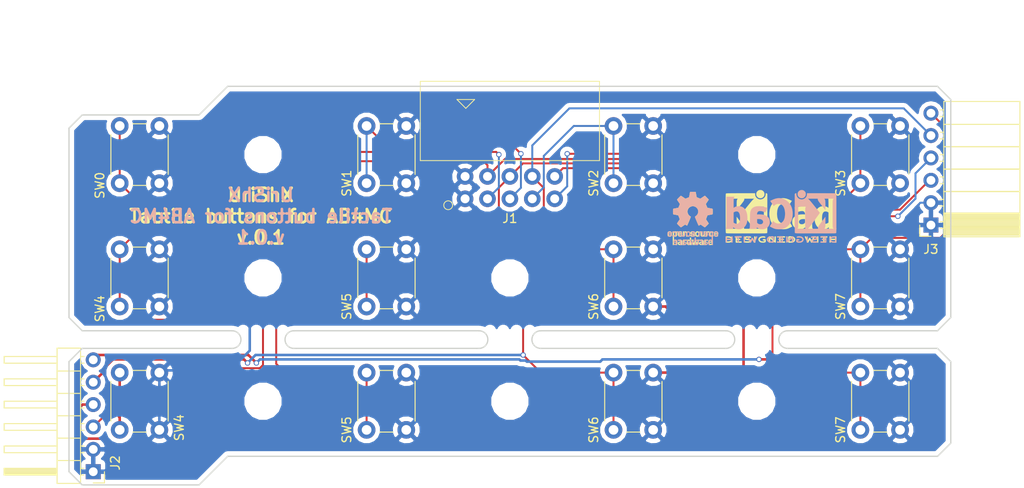
<source format=kicad_pcb>
(kicad_pcb (version 4) (host pcbnew 4.0.7-e2-6376~58~ubuntu16.04.1)
  (title_block (title "Tactile buttons sub-board for AB4MC") (date 2018-08-14) (rev 0.1) (company URiShX) (comment 4 "Fitted to 100x100mm"))
  (layers (0 F.Cu signal) (31 B.Cu signal) (34 B.Paste user) (35 F.Paste user) (36 B.SilkS user) (37 F.SilkS user) (38 B.Mask user) (39 F.Mask user) (44 Edge.Cuts user))
  (net 0 "")
  (net 1 "Net-(J1-Pad3)")
  (net 2 "Net-(J1-Pad4)")
  (net 3 "Net-(J1-Pad5)")
  (net 4 "Net-(J1-Pad6)")
  (net 5 "Net-(J1-Pad7)")
  (net 6 "Net-(J1-Pad8)")
  (net 7 Common_pin)
  (net 8 "Net-(J1-Pad9)")
  (net 9 "Net-(J1-Pad10)")
  (module Symbols:KiCad-Logo2_6mm_SilkScreen (layer B.Cu) (at 161 86.75 180)
    (fp_text reference REF*** hide)
    (fp_text value KiCad-Logo2_6mm_SilkScreen hide)
  )
  (module Symbols:OSHW-Logo_5.7x6mm_SilkScreen (layer B.Cu) (at 151 87 180)
    (fp_text reference REF*** hide)
    (fp_text value OSHW-Logo_5.7x6mm_SilkScreen hide)
  )
  (module Buttons_Switches_THT:SW_PUSH_6mm (layer F.Cu) (at 142 97 90)
    (fp_text reference SW6 (at 0 -2.25 90) (layer F.SilkS))
    (fp_text value SW_Push hide)
    (pad 2 thru_hole circle (at 0 4.5 180) (size 2 2) (drill 1.1) (layers *.Cu *.Mask) (net 7 Common_pin))
    (pad 1 thru_hole circle (at 0 0 180) (size 2 2) (drill 1.1) (layers *.Cu *.Mask) (net 6 "Net-(J1-Pad8)"))
    (pad 2 thru_hole circle (at 6.5 4.5 180) (size 2 2) (drill 1.1) (layers *.Cu *.Mask) (net 7 Common_pin))
    (pad 1 thru_hole circle (at 6.5 0 180) (size 2 2) (drill 1.1) (layers *.Cu *.Mask) (net 6 "Net-(J1-Pad8)"))
  )
  (module Buttons_Switches_THT:SW_PUSH_6mm (layer F.Cu) (at 86 111 90)
    (fp_text reference SW4 (at 0.25 6.75 270) (layer F.SilkS))
    (fp_text value SW_Push hide)
    (pad 2 thru_hole circle (at 0 4.5 180) (size 2 2) (drill 1.1) (layers *.Cu *.Mask) (net 7 Common_pin))
    (pad 1 thru_hole circle (at 0 0 180) (size 2 2) (drill 1.1) (layers *.Cu *.Mask) (net 2 "Net-(J1-Pad4)"))
    (pad 2 thru_hole circle (at 6.5 4.5 180) (size 2 2) (drill 1.1) (layers *.Cu *.Mask) (net 7 Common_pin))
    (pad 1 thru_hole circle (at 6.5 0 180) (size 2 2) (drill 1.1) (layers *.Cu *.Mask) (net 2 "Net-(J1-Pad4)"))
  )
  (module MyFootprintLib:Mouse_bites (layer F.Cu) (at 130.25 100.75)
    (fp_text reference REF** hide)
    (fp_text value "Mouse bites" hide)
    (pad "" np_thru_hole circle (at -2.25 -1) (size 0.35 0.35) (drill 0.35) (layers *.Cu *.Mask))
    (pad "" np_thru_hole circle (at -0.75 -1) (size 0.35 0.35) (drill 0.35) (layers *.Cu *.Mask))
    (pad "" np_thru_hole circle (at 0.75 -1) (size 0.35 0.35) (drill 0.35) (layers *.Cu *.Mask))
    (pad "" np_thru_hole circle (at 2.25 -1) (size 0.35 0.35) (drill 0.35) (layers *.Cu *.Mask))
    (pad "" np_thru_hole circle (at -2.25 1) (size 0.35 0.35) (drill 0.35) (layers *.Cu *.Mask))
    (pad "" np_thru_hole circle (at -0.75 1) (size 0.35 0.35) (drill 0.35) (layers *.Cu *.Mask))
    (pad "" np_thru_hole circle (at 0.75 1) (size 0.35 0.35) (drill 0.35) (layers *.Cu *.Mask))
    (pad "" np_thru_hole circle (at 2.25 1) (size 0.35 0.35) (drill 0.35) (layers *.Cu *.Mask))
  )
  (module MyFootprintLib:Mouse_bites (layer F.Cu) (at 158.25 100.75)
    (fp_text reference REF** hide)
    (fp_text value "Mouse bites" hide)
    (pad "" np_thru_hole circle (at -2.25 -1) (size 0.35 0.35) (drill 0.35) (layers *.Cu *.Mask))
    (pad "" np_thru_hole circle (at -0.75 -1) (size 0.35 0.35) (drill 0.35) (layers *.Cu *.Mask))
    (pad "" np_thru_hole circle (at 0.75 -1) (size 0.35 0.35) (drill 0.35) (layers *.Cu *.Mask))
    (pad "" np_thru_hole circle (at 2.25 -1) (size 0.35 0.35) (drill 0.35) (layers *.Cu *.Mask))
    (pad "" np_thru_hole circle (at -2.25 1) (size 0.35 0.35) (drill 0.35) (layers *.Cu *.Mask))
    (pad "" np_thru_hole circle (at -0.75 1) (size 0.35 0.35) (drill 0.35) (layers *.Cu *.Mask))
    (pad "" np_thru_hole circle (at 0.75 1) (size 0.35 0.35) (drill 0.35) (layers *.Cu *.Mask))
    (pad "" np_thru_hole circle (at 2.25 1) (size 0.35 0.35) (drill 0.35) (layers *.Cu *.Mask))
  )
  (module Mounting_Holes:MountingHole_3.2mm_M3 (layer F.Cu) (at 102.25 107.75)
    (fp_text reference REF** hide)
    (fp_text value MountingHole_3.2mm_M3 hide)
    (pad 1 np_thru_hole circle (at 0 0) (size 3.2 3.2) (drill 3.2) (layers *.Cu *.Mask))
  )
  (module Mounting_Holes:MountingHole_3.2mm_M3 (layer F.Cu) (at 130.25 93.75)
    (fp_text reference REF** hide)
    (fp_text value MountingHole_3.2mm_M3 hide)
    (pad 1 np_thru_hole circle (at 0 0) (size 3.2 3.2) (drill 3.2) (layers *.Cu *.Mask))
  )
  (module Mounting_Holes:MountingHole_3.2mm_M3 (layer F.Cu) (at 102.25 93.75)
    (fp_text reference REF** hide)
    (fp_text value MountingHole_3.2mm_M3 hide)
    (pad 1 np_thru_hole circle (at 0 0) (size 3.2 3.2) (drill 3.2) (layers *.Cu *.Mask))
  )
  (module Mounting_Holes:MountingHole_3.2mm_M3 (layer F.Cu) (at 158.25 107.75)
    (fp_text reference REF** hide)
    (fp_text value MountingHole_3.2mm_M3 hide)
    (pad 1 np_thru_hole circle (at 0 0) (size 3.2 3.2) (drill 3.2) (layers *.Cu *.Mask))
  )
  (module Buttons_Switches_THT:SW_PUSH_6mm (layer F.Cu) (at 170 97 90)
    (fp_text reference SW7 (at 0 -2.25 270) (layer F.SilkS))
    (fp_text value SW_Push hide)
    (pad 2 thru_hole circle (at 0 4.5 180) (size 2 2) (drill 1.1) (layers *.Cu *.Mask) (net 7 Common_pin))
    (pad 1 thru_hole circle (at 0 0 180) (size 2 2) (drill 1.1) (layers *.Cu *.Mask) (net 9 "Net-(J1-Pad10)"))
    (pad 2 thru_hole circle (at 6.5 4.5 180) (size 2 2) (drill 1.1) (layers *.Cu *.Mask) (net 7 Common_pin))
    (pad 1 thru_hole circle (at 6.5 0 180) (size 2 2) (drill 1.1) (layers *.Cu *.Mask) (net 9 "Net-(J1-Pad10)"))
  )
  (module Buttons_Switches_THT:SW_PUSH_6mm (layer F.Cu) (at 114 97 90)
    (fp_text reference SW5 (at 0 -2.25 270) (layer F.SilkS))
    (fp_text value SW_Push hide)
    (pad 2 thru_hole circle (at 0 4.5 180) (size 2 2) (drill 1.1) (layers *.Cu *.Mask) (net 7 Common_pin))
    (pad 1 thru_hole circle (at 0 0 180) (size 2 2) (drill 1.1) (layers *.Cu *.Mask) (net 4 "Net-(J1-Pad6)"))
    (pad 2 thru_hole circle (at 6.5 4.5 180) (size 2 2) (drill 1.1) (layers *.Cu *.Mask) (net 7 Common_pin))
    (pad 1 thru_hole circle (at 6.5 0 180) (size 2 2) (drill 1.1) (layers *.Cu *.Mask) (net 4 "Net-(J1-Pad6)"))
  )
  (module Mounting_Holes:MountingHole_3.2mm_M3 (layer F.Cu) (at 158.25 93.75)
    (fp_text reference REF** hide)
    (fp_text value MountingHole_3.2mm_M3 hide)
    (pad 1 np_thru_hole circle (at 0 0) (size 3.2 3.2) (drill 3.2) (layers *.Cu *.Mask))
  )
  (module Mounting_Holes:MountingHole_3.2mm_M3 (layer F.Cu) (at 102.25 79.75)
    (fp_text reference REF** hide)
    (fp_text value MountingHole_3.2mm_M3 hide)
    (pad 1 np_thru_hole circle (at 0 0) (size 3.2 3.2) (drill 3.2) (layers *.Cu *.Mask))
  )
  (module Mounting_Holes:MountingHole_3.2mm_M3 (layer F.Cu) (at 158.25 79.75)
    (fp_text reference REF** hide)
    (fp_text value MountingHole_3.2mm_M3 hide)
    (pad 1 np_thru_hole circle (at 0 0) (size 3.2 3.2) (drill 3.2) (layers *.Cu *.Mask))
  )
  (module Mounting_Holes:MountingHole_3.2mm_M3 (layer F.Cu) (at 130.25 107.75)
    (fp_text reference REF** hide)
    (fp_text value MountingHole_3.2mm_M3 hide)
    (pad 1 np_thru_hole circle (at 0 0) (size 3.2 3.2) (drill 3.2) (layers *.Cu *.Mask))
  )
  (module Buttons_Switches_THT:SW_PUSH_6mm (layer F.Cu) (at 86 97 90)
    (fp_text reference SW4 (at -0.25 -2.25 270) (layer F.SilkS))
    (fp_text value SW_Push hide)
    (pad 2 thru_hole circle (at 0 4.5 180) (size 2 2) (drill 1.1) (layers *.Cu *.Mask) (net 7 Common_pin))
    (pad 1 thru_hole circle (at 0 0 180) (size 2 2) (drill 1.1) (layers *.Cu *.Mask) (net 2 "Net-(J1-Pad4)"))
    (pad 2 thru_hole circle (at 6.5 4.5 180) (size 2 2) (drill 1.1) (layers *.Cu *.Mask) (net 7 Common_pin))
    (pad 1 thru_hole circle (at 6.5 0 180) (size 2 2) (drill 1.1) (layers *.Cu *.Mask) (net 2 "Net-(J1-Pad4)"))
  )
  (module Socket_Strips:Socket_Strip_Angled_1x06_Pitch2.54mm (layer F.Cu) (at 178 87.75 180)
    (fp_text reference J3 (at 0 -2.75 360) (layer F.SilkS))
    (fp_text value Conn_01x06_Female hide)
    (pad 1 thru_hole rect (at 0 0 180) (size 1.7 1.7) (drill 1) (layers *.Cu *.Mask) (net 7 Common_pin))
    (pad 2 thru_hole oval (at 0 2.54 180) (size 1.7 1.7) (drill 1) (layers *.Cu *.Mask) (net 7 Common_pin))
    (pad 3 thru_hole oval (at 0 5.08 180) (size 1.7 1.7) (drill 1) (layers *.Cu *.Mask) (net 2 "Net-(J1-Pad4)"))
    (pad 4 thru_hole oval (at 0 7.62 180) (size 1.7 1.7) (drill 1) (layers *.Cu *.Mask) (net 4 "Net-(J1-Pad6)"))
    (pad 5 thru_hole oval (at 0 10.16 180) (size 1.7 1.7) (drill 1) (layers *.Cu *.Mask) (net 6 "Net-(J1-Pad8)"))
    (pad 6 thru_hole oval (at 0 12.7 180) (size 1.7 1.7) (drill 1) (layers *.Cu *.Mask) (net 9 "Net-(J1-Pad10)"))
  )
  (module Pin_Headers:Pin_Header_Angled_1x06_Pitch2.54mm (layer F.Cu) (at 83 115.75 180)
    (fp_text reference J2 (at -2.5 1 270) (layer F.SilkS))
    (fp_text value Conn_01x06_Male hide)
    (pad 1 thru_hole rect (at 0 0 180) (size 1.7 1.7) (drill 1) (layers *.Cu *.Mask) (net 7 Common_pin))
    (pad 2 thru_hole oval (at 0 2.54 180) (size 1.7 1.7) (drill 1) (layers *.Cu *.Mask) (net 7 Common_pin))
    (pad 3 thru_hole oval (at 0 5.08 180) (size 1.7 1.7) (drill 1) (layers *.Cu *.Mask) (net 2 "Net-(J1-Pad4)"))
    (pad 4 thru_hole oval (at 0 7.62 180) (size 1.7 1.7) (drill 1) (layers *.Cu *.Mask) (net 4 "Net-(J1-Pad6)"))
    (pad 5 thru_hole oval (at 0 10.16 180) (size 1.7 1.7) (drill 1) (layers *.Cu *.Mask) (net 6 "Net-(J1-Pad8)"))
    (pad 6 thru_hole oval (at 0 12.7 180) (size 1.7 1.7) (drill 1) (layers *.Cu *.Mask) (net 9 "Net-(J1-Pad10)"))
  )
  (module Buttons_Switches_THT:SW_PUSH_6mm (layer F.Cu) (at 86 83 90)
    (fp_text reference SW0 (at -0.25 -2.25 270) (layer F.SilkS))
    (fp_text value SW_Push hide)
    (pad 2 thru_hole circle (at 0 4.5 180) (size 2 2) (drill 1.1) (layers *.Cu *.Mask) (net 7 Common_pin))
    (pad 1 thru_hole circle (at 0 0 180) (size 2 2) (drill 1.1) (layers *.Cu *.Mask) (net 1 "Net-(J1-Pad3)"))
    (pad 2 thru_hole circle (at 6.5 4.5 180) (size 2 2) (drill 1.1) (layers *.Cu *.Mask) (net 7 Common_pin))
    (pad 1 thru_hole circle (at 6.5 0 180) (size 2 2) (drill 1.1) (layers *.Cu *.Mask) (net 1 "Net-(J1-Pad3)"))
  )
  (module Buttons_Switches_THT:SW_PUSH_6mm (layer F.Cu) (at 114 83 90)
    (fp_text reference SW1 (at 0 -2.25 270) (layer F.SilkS))
    (fp_text value SW_Push hide)
    (pad 2 thru_hole circle (at 0 4.5 180) (size 2 2) (drill 1.1) (layers *.Cu *.Mask) (net 7 Common_pin))
    (pad 1 thru_hole circle (at 0 0 180) (size 2 2) (drill 1.1) (layers *.Cu *.Mask) (net 3 "Net-(J1-Pad5)"))
    (pad 2 thru_hole circle (at 6.5 4.5 180) (size 2 2) (drill 1.1) (layers *.Cu *.Mask) (net 7 Common_pin))
    (pad 1 thru_hole circle (at 6.5 0 180) (size 2 2) (drill 1.1) (layers *.Cu *.Mask) (net 3 "Net-(J1-Pad5)"))
  )
  (module Buttons_Switches_THT:SW_PUSH_6mm (layer F.Cu) (at 142 83 90)
    (fp_text reference SW2 (at 0 -2.25 90) (layer F.SilkS))
    (fp_text value SW_Push hide)
    (pad 2 thru_hole circle (at 0 4.5 180) (size 2 2) (drill 1.1) (layers *.Cu *.Mask) (net 7 Common_pin))
    (pad 1 thru_hole circle (at 0 0 180) (size 2 2) (drill 1.1) (layers *.Cu *.Mask) (net 5 "Net-(J1-Pad7)"))
    (pad 2 thru_hole circle (at 6.5 4.5 180) (size 2 2) (drill 1.1) (layers *.Cu *.Mask) (net 7 Common_pin))
    (pad 1 thru_hole circle (at 6.5 0 180) (size 2 2) (drill 1.1) (layers *.Cu *.Mask) (net 5 "Net-(J1-Pad7)"))
  )
  (module Buttons_Switches_THT:SW_PUSH_6mm (layer F.Cu) (at 170 83 90)
    (fp_text reference SW3 (at 0 -2.25 90) (layer F.SilkS))
    (fp_text value SW_Push hide)
    (pad 2 thru_hole circle (at 0 4.5 180) (size 2 2) (drill 1.1) (layers *.Cu *.Mask) (net 7 Common_pin))
    (pad 1 thru_hole circle (at 0 0 180) (size 2 2) (drill 1.1) (layers *.Cu *.Mask) (net 8 "Net-(J1-Pad9)"))
    (pad 2 thru_hole circle (at 6.5 4.5 180) (size 2 2) (drill 1.1) (layers *.Cu *.Mask) (net 7 Common_pin))
    (pad 1 thru_hole circle (at 6.5 0 180) (size 2 2) (drill 1.1) (layers *.Cu *.Mask) (net 8 "Net-(J1-Pad9)"))
  )
  (module Buttons_Switches_THT:SW_PUSH_6mm (layer F.Cu) (at 114 111 90)
    (fp_text reference SW5 (at 0 -2.25 270) (layer F.SilkS))
    (fp_text value SW_Push hide)
    (pad 2 thru_hole circle (at 0 4.5 180) (size 2 2) (drill 1.1) (layers *.Cu *.Mask) (net 7 Common_pin))
    (pad 1 thru_hole circle (at 0 0 180) (size 2 2) (drill 1.1) (layers *.Cu *.Mask) (net 4 "Net-(J1-Pad6)"))
    (pad 2 thru_hole circle (at 6.5 4.5 180) (size 2 2) (drill 1.1) (layers *.Cu *.Mask) (net 7 Common_pin))
    (pad 1 thru_hole circle (at 6.5 0 180) (size 2 2) (drill 1.1) (layers *.Cu *.Mask) (net 4 "Net-(J1-Pad6)"))
  )
  (module Buttons_Switches_THT:SW_PUSH_6mm (layer F.Cu) (at 142 111 90)
    (fp_text reference SW6 (at 0 -2.25 270) (layer F.SilkS))
    (fp_text value SW_Push hide)
    (pad 2 thru_hole circle (at 0 4.5 180) (size 2 2) (drill 1.1) (layers *.Cu *.Mask) (net 7 Common_pin))
    (pad 1 thru_hole circle (at 0 0 180) (size 2 2) (drill 1.1) (layers *.Cu *.Mask) (net 6 "Net-(J1-Pad8)"))
    (pad 2 thru_hole circle (at 6.5 4.5 180) (size 2 2) (drill 1.1) (layers *.Cu *.Mask) (net 7 Common_pin))
    (pad 1 thru_hole circle (at 6.5 0 180) (size 2 2) (drill 1.1) (layers *.Cu *.Mask) (net 6 "Net-(J1-Pad8)"))
  )
  (module Buttons_Switches_THT:SW_PUSH_6mm (layer F.Cu) (at 170 111 90)
    (fp_text reference SW7 (at 0 -2.25 270) (layer F.SilkS))
    (fp_text value SW_Push hide)
    (pad 2 thru_hole circle (at 0 4.5 180) (size 2 2) (drill 1.1) (layers *.Cu *.Mask) (net 7 Common_pin))
    (pad 1 thru_hole circle (at 0 0 180) (size 2 2) (drill 1.1) (layers *.Cu *.Mask) (net 9 "Net-(J1-Pad10)"))
    (pad 2 thru_hole circle (at 6.5 4.5 180) (size 2 2) (drill 1.1) (layers *.Cu *.Mask) (net 7 Common_pin))
    (pad 1 thru_hole circle (at 6.5 0 180) (size 2 2) (drill 1.1) (layers *.Cu *.Mask) (net 9 "Net-(J1-Pad10)"))
  )
  (module MyFootprintLib:Mouse_bites (layer F.Cu) (at 102.25 100.75)
    (fp_text reference REF** hide)
    (fp_text value "Mouse bites" hide)
    (pad "" np_thru_hole circle (at -2.25 -1) (size 0.35 0.35) (drill 0.35) (layers *.Cu *.Mask))
    (pad "" np_thru_hole circle (at -0.75 -1) (size 0.35 0.35) (drill 0.35) (layers *.Cu *.Mask))
    (pad "" np_thru_hole circle (at 0.75 -1) (size 0.35 0.35) (drill 0.35) (layers *.Cu *.Mask))
    (pad "" np_thru_hole circle (at 2.25 -1) (size 0.35 0.35) (drill 0.35) (layers *.Cu *.Mask))
    (pad "" np_thru_hole circle (at -2.25 1) (size 0.35 0.35) (drill 0.35) (layers *.Cu *.Mask))
    (pad "" np_thru_hole circle (at -0.75 1) (size 0.35 0.35) (drill 0.35) (layers *.Cu *.Mask))
    (pad "" np_thru_hole circle (at 0.75 1) (size 0.35 0.35) (drill 0.35) (layers *.Cu *.Mask))
    (pad "" np_thru_hole circle (at 2.25 1) (size 0.35 0.35) (drill 0.35) (layers *.Cu *.Mask))
  )
  (module MyFootprintLib:2X5-SHROUDED_rightAngle (layer F.Cu) (at 130.25 83.5 90)
    (fp_text reference J1 (at -3.5 0 180) (layer F.SilkS))
    (fp_text value Conn_02x05_Odd_Even hide)
    (pad 1 thru_hole circle (at -1.27 -5.08 90) (size 1.8796 1.8796) (drill 1.016) (layers *.Cu *.Mask) (net 7 Common_pin))
    (pad 2 thru_hole circle (at 1.27 -5.08 90) (size 1.8796 1.8796) (drill 1.016) (layers *.Cu *.Mask) (net 7 Common_pin))
    (pad 3 thru_hole circle (at -1.27 -2.54 90) (size 1.8796 1.8796) (drill 1.016) (layers *.Cu *.Mask) (net 1 "Net-(J1-Pad3)"))
    (pad 4 thru_hole circle (at 1.27 -2.54 90) (size 1.8796 1.8796) (drill 1.016) (layers *.Cu *.Mask) (net 2 "Net-(J1-Pad4)"))
    (pad 5 thru_hole circle (at -1.27 0 90) (size 1.8796 1.8796) (drill 1.016) (layers *.Cu *.Mask) (net 3 "Net-(J1-Pad5)"))
    (pad 6 thru_hole circle (at 1.27 0 90) (size 1.8796 1.8796) (drill 1.016) (layers *.Cu *.Mask) (net 4 "Net-(J1-Pad6)"))
    (pad 7 thru_hole circle (at -1.27 2.54 90) (size 1.8796 1.8796) (drill 1.016) (layers *.Cu *.Mask) (net 5 "Net-(J1-Pad7)"))
    (pad 8 thru_hole circle (at 1.27 2.54 90) (size 1.8796 1.8796) (drill 1.016) (layers *.Cu *.Mask) (net 6 "Net-(J1-Pad8)"))
    (pad 9 thru_hole circle (at -1.27 5.08 90) (size 1.8796 1.8796) (drill 1.016) (layers *.Cu *.Mask) (net 8 "Net-(J1-Pad9)"))
    (pad 10 thru_hole circle (at 1.27 5.08 90) (size 1.8796 1.8796) (drill 1.016) (layers *.Cu *.Mask) (net 9 "Net-(J1-Pad10)"))
  )
  (module Symbols:OSHW-Logo_5.7x6mm_SilkScreen (layer F.Cu) (at 151 87)
    (fp_text reference REF*** hide)
    (fp_text value OSHW-Logo_5.7x6mm_SilkScreen hide)
  )
  (module Symbols:KiCad-Logo2_6mm_SilkScreen (layer F.Cu) (at 161 86.75)
    (fp_text reference REF*** hide)
    (fp_text value KiCad-Logo2_6mm_SilkScreen hide)
  )
  (gr_line (start 80.25 103.25) (end 80.25 115.75) (angle 90) (layer Edge.Cuts) (width 0.15))
  (gr_arc (start 161.75 100.75) (end 161.75 101.75) (angle 180) (layer Edge.Cuts) (width 0.15))
  (gr_arc (start 154.75 100.75) (end 154.75 99.75) (angle 180) (layer Edge.Cuts) (width 0.15))
  (gr_arc (start 105.75 100.75) (end 105.75 101.75) (angle 180) (layer Edge.Cuts) (width 0.15))
  (gr_arc (start 98.75 100.75) (end 98.75 99.75) (angle 180) (layer Edge.Cuts) (width 0.15))
  (gr_arc (start 133.75 100.75) (end 133.75 101.75) (angle 180) (layer Edge.Cuts) (width 0.15))
  (gr_arc (start 126.75 100.75) (end 126.75 99.75) (angle 180) (layer Edge.Cuts) (width 0.15))
  (gr_line (start 154.75 99.75) (end 133.75 99.75) (angle 90) (layer Edge.Cuts) (width 0.15))
  (gr_line (start 133.75 101.75) (end 154.75 101.75) (angle 90) (layer Edge.Cuts) (width 0.15))
  (gr_line (start 126.75 101.75) (end 105.75 101.75) (angle 90) (layer Edge.Cuts) (width 0.15))
  (gr_line (start 105.75 99.75) (end 126.75 99.75) (angle 90) (layer Edge.Cuts) (width 0.15))
  (gr_line (start 178.75 99.75) (end 161.75 99.75) (angle 90) (layer Edge.Cuts) (width 0.15))
  (gr_line (start 180.25 98.25) (end 178.75 99.75) (angle 90) (layer Edge.Cuts) (width 0.15))
  (gr_line (start 180.25 73.5) (end 180.25 98.25) (angle 90) (layer Edge.Cuts) (width 0.15))
  (gr_line (start 178.75 72) (end 180.25 73.5) (angle 90) (layer Edge.Cuts) (width 0.15))
  (gr_line (start 98.25 72) (end 178.75 72) (angle 90) (layer Edge.Cuts) (width 0.15))
  (gr_line (start 95 75.25) (end 98.25 72) (angle 90) (layer Edge.Cuts) (width 0.15))
  (gr_line (start 81.75 75.25) (end 95 75.25) (angle 90) (layer Edge.Cuts) (width 0.15))
  (gr_line (start 80.25 76.75) (end 81.75 75.25) (angle 90) (layer Edge.Cuts) (width 0.15))
  (gr_line (start 80.25 98.25) (end 80.25 76.75) (angle 90) (layer Edge.Cuts) (width 0.15))
  (gr_line (start 98.25 114) (end 95 117.25) (angle 90) (layer Edge.Cuts) (width 0.15))
  (gr_line (start 98.5 114) (end 98.25 114) (angle 90) (layer Edge.Cuts) (width 0.15))
  (gr_line (start 81.75 117.25) (end 80.25 115.75) (angle 90) (layer Edge.Cuts) (width 0.15))
  (gr_line (start 95 117.25) (end 81.75 117.25) (angle 90) (layer Edge.Cuts) (width 0.15))
  (gr_line (start 81.75 99.75) (end 80.25 98.25) (angle 90) (layer Edge.Cuts) (width 0.15))
  (gr_line (start 98.75 99.75) (end 81.75 99.75) (angle 90) (layer Edge.Cuts) (width 0.15))
  (gr_line (start 81.75 101.75) (end 80.25 103.25) (angle 90) (layer Edge.Cuts) (width 0.15))
  (gr_line (start 98.75 101.75) (end 81.75 101.75) (angle 90) (layer Edge.Cuts) (width 0.15))
  (gr_line (start 178.75 101.75) (end 161.75 101.75) (angle 90) (layer Edge.Cuts) (width 0.15))
  (gr_line (start 180.25 103.25) (end 178.75 101.75) (angle 90) (layer Edge.Cuts) (width 0.15))
  (gr_line (start 180.25 112.5) (end 180.25 103.25) (angle 90) (layer Edge.Cuts) (width 0.15))
  (gr_line (start 178.75 114) (end 180.25 112.5) (angle 90) (layer Edge.Cuts) (width 0.15))
  (gr_line (start 98.5 114) (end 178.75 114) (angle 90) (layer Edge.Cuts) (width 0.15))
  (gr_text "UriShX\nTactile buttons for AB4MC\nv.0.1" (at 102 86.75) (layer F.SilkS) (effects (font (size 1.5 1.5) (thickness 0.3))))
  (gr_text "UriShX\nTactile buttons for AB4MC\nv.0.1" (at 102 86.75) (layer B.SilkS) (effects (font (size 1.5 1.5) (thickness 0.3)) (justify mirror)))
  (segment (start 129 79.75) (end 128.700001 79.450001) (width 0.22) (layer F.Cu) (net 1))
  (segment (start 128.700001 79.450001) (end 108.049999 79.450001) (width 0.22) (layer F.Cu) (net 1))
  (segment (start 108.049999 79.450001) (end 100.90501 86.59499) (width 0.22) (layer F.Cu) (net 1))
  (segment (start 100.90501 86.59499) (end 89.59499 86.59499) (width 0.22) (layer F.Cu) (net 1))
  (segment (start 89.59499 86.59499) (end 89.5 86.5) (width 0.22) (layer F.Cu) (net 1))
  (segment (start 89.5 86.5) (end 86 83) (width 0.22) (layer F.Cu) (net 1))
  (segment (start 86 83) (end 86 76.5) (width 0.22) (layer F.Cu) (net 1))
  (segment (start 129 83.48) (end 129 79.75) (width 0.22) (layer B.Cu) (net 1))
  (via (at 129 79.75) (size 0.6) (drill 0.4) (layers F.Cu B.Cu) (net 1))
  (segment (start 127.71 84.77) (end 129 83.48) (width 0.22) (layer B.Cu) (net 1))
  (segment (start 85.92 107.75) (end 86 107.67) (width 0.29) (layer F.Cu) (net 2))
  (segment (start 86 107.67) (end 86 104.5) (width 0.29) (layer F.Cu) (net 2))
  (segment (start 86 111) (end 86 109.585787) (width 0.29) (layer F.Cu) (net 2))
  (segment (start 86 109.585787) (end 85.92 109.505787) (width 0.29) (layer F.Cu) (net 2))
  (segment (start 85.92 109.505787) (end 85.92 107.75) (width 0.29) (layer F.Cu) (net 2))
  (segment (start 102.25 103.630602) (end 101.880602 104) (width 0.22) (layer F.Cu) (net 2))
  (segment (start 88 97.5) (end 89 98.5) (width 0.22) (layer F.Cu) (net 2))
  (segment (start 88 88.5) (end 88 97.5) (width 0.22) (layer F.Cu) (net 2))
  (segment (start 89 98.5) (end 101.5 98.5) (width 0.22) (layer F.Cu) (net 2))
  (segment (start 101.5 98.5) (end 102.25 99.25) (width 0.22) (layer F.Cu) (net 2))
  (segment (start 99.75 104) (end 96 107.75) (width 0.22) (layer F.Cu) (net 2))
  (segment (start 102.25 99.25) (end 102.25 103.630602) (width 0.22) (layer F.Cu) (net 2))
  (segment (start 101.880602 104) (end 99.75 104) (width 0.22) (layer F.Cu) (net 2))
  (segment (start 96 107.75) (end 85.92 107.75) (width 0.22) (layer F.Cu) (net 2))
  (segment (start 85.92 107.75) (end 83.849999 109.820001) (width 0.22) (layer F.Cu) (net 2))
  (segment (start 83.849999 109.820001) (end 83 110.67) (width 0.22) (layer F.Cu) (net 2))
  (segment (start 178 82.67) (end 177.83 82.67) (width 0.22) (layer F.Cu) (net 2))
  (segment (start 128.649799 81.290201) (end 127.71 82.23) (width 0.22) (layer F.Cu) (net 2))
  (segment (start 177.83 82.67) (end 174.5 86) (width 0.22) (layer F.Cu) (net 2))
  (segment (start 129.69 80.25) (end 128.649799 81.290201) (width 0.22) (layer F.Cu) (net 2))
  (segment (start 174.5 86) (end 158 86) (width 0.22) (layer F.Cu) (net 2))
  (segment (start 158 86) (end 152.25 80.25) (width 0.22) (layer F.Cu) (net 2))
  (segment (start 152.25 80.25) (end 129.69 80.25) (width 0.22) (layer F.Cu) (net 2))
  (segment (start 89.5 87) (end 88 88.5) (width 0.22) (layer F.Cu) (net 2))
  (segment (start 88 88.5) (end 86 90.5) (width 0.22) (layer F.Cu) (net 2))
  (segment (start 86 97) (end 86 97.25) (width 0.22) (layer F.Cu) (net 2))
  (segment (start 127.71 82.23) (end 127.71 80.96) (width 0.22) (layer F.Cu) (net 2))
  (segment (start 101.25 87) (end 89.5 87) (width 0.22) (layer F.Cu) (net 2))
  (segment (start 107.75 80.5) (end 101.25 87) (width 0.22) (layer F.Cu) (net 2))
  (segment (start 127.25 80.5) (end 107.75 80.5) (width 0.22) (layer F.Cu) (net 2))
  (segment (start 127.71 80.96) (end 127.25 80.5) (width 0.22) (layer F.Cu) (net 2))
  (segment (start 86 90.5) (end 86 97) (width 0.22) (layer F.Cu) (net 2))
  (segment (start 131.200001 79.354991) (end 131.5 79.65499) (width 0.22) (layer F.Cu) (net 3))
  (segment (start 116.25 78.75) (end 130.59501 78.75) (width 0.22) (layer F.Cu) (net 3))
  (segment (start 131.5 80.079254) (end 131.5 79.65499) (width 0.22) (layer B.Cu) (net 3))
  (segment (start 114 76.5) (end 116.25 78.75) (width 0.22) (layer F.Cu) (net 3))
  (segment (start 130.25 84.77) (end 131.5 83.52) (width 0.22) (layer B.Cu) (net 3))
  (segment (start 131.5 83.52) (end 131.5 80.079254) (width 0.22) (layer B.Cu) (net 3))
  (via (at 131.5 79.65499) (size 0.6) (drill 0.4) (layers F.Cu B.Cu) (net 3))
  (segment (start 130.59501 78.75) (end 131.200001 79.354991) (width 0.22) (layer F.Cu) (net 3))
  (segment (start 114 76.5) (end 114 83) (width 0.22) (layer B.Cu) (net 3))
  (segment (start 83 108.13) (end 81.797919 108.13) (width 0.29) (layer F.Cu) (net 4))
  (segment (start 81.797919 108.13) (end 81.5 108.427919) (width 0.29) (layer F.Cu) (net 4))
  (segment (start 81.5 108.427919) (end 81.5 111.5) (width 0.29) (layer F.Cu) (net 4))
  (segment (start 81.5 111.5) (end 82 112) (width 0.29) (layer F.Cu) (net 4))
  (segment (start 82 112) (end 84 112) (width 0.29) (layer F.Cu) (net 4))
  (segment (start 84 112) (end 84.75 112.75) (width 0.29) (layer F.Cu) (net 4))
  (segment (start 103 112.75) (end 108 107.75) (width 0.29) (layer F.Cu) (net 4))
  (segment (start 84.75 112.75) (end 103 112.75) (width 0.29) (layer F.Cu) (net 4))
  (segment (start 113.75 107.75) (end 108 107.75) (width 0.22) (layer F.Cu) (net 4))
  (segment (start 108 107.75) (end 103.75 103.5) (width 0.22) (layer F.Cu) (net 4))
  (segment (start 103.75 103.5) (end 103.75 99) (width 0.22) (layer F.Cu) (net 4))
  (segment (start 109.75 98) (end 114 93.75) (width 0.22) (layer F.Cu) (net 4))
  (segment (start 103.75 99) (end 104.75 98) (width 0.22) (layer F.Cu) (net 4))
  (segment (start 104.75 98) (end 109.75 98) (width 0.22) (layer F.Cu) (net 4))
  (segment (start 151.82277 80.75) (end 131.73 80.75) (width 0.22) (layer F.Cu) (net 4))
  (segment (start 131.73 80.75) (end 130.25 82.23) (width 0.22) (layer F.Cu) (net 4))
  (segment (start 174.25 86.75) (end 157.82277 86.75) (width 0.22) (layer F.Cu) (net 4))
  (segment (start 157.82277 86.75) (end 151.82277 80.75) (width 0.22) (layer F.Cu) (net 4))
  (segment (start 176.25 81.88) (end 176.25 84.75) (width 0.22) (layer B.Cu) (net 4))
  (segment (start 176.25 84.75) (end 174.25 86.75) (width 0.22) (layer B.Cu) (net 4))
  (via (at 174.25 86.75) (size 0.6) (drill 0.4) (layers F.Cu B.Cu) (net 4))
  (segment (start 178 80.13) (end 176.25 81.88) (width 0.22) (layer B.Cu) (net 4))
  (segment (start 114 93.75) (end 117.25 93.75) (width 0.22) (layer F.Cu) (net 4))
  (segment (start 129 83.5) (end 129 88) (width 0.22) (layer F.Cu) (net 4))
  (segment (start 129 88) (end 123.25 93.75) (width 0.22) (layer F.Cu) (net 4))
  (segment (start 123.25 93.75) (end 117.25 93.75) (width 0.22) (layer F.Cu) (net 4))
  (segment (start 129 83.5) (end 130.25 82.25) (width 0.22) (layer F.Cu) (net 4))
  (segment (start 113.75 107.75) (end 114 108) (width 0.22) (layer F.Cu) (net 4))
  (segment (start 114 107.25) (end 114 108) (width 0.22) (layer F.Cu) (net 4))
  (segment (start 114 108) (end 114 111) (width 0.22) (layer F.Cu) (net 4))
  (segment (start 130.25 82.23) (end 130.25 82.25) (width 0.22) (layer F.Cu) (net 4))
  (segment (start 114 97) (end 114 93.75) (width 0.22) (layer F.Cu) (net 4))
  (segment (start 114 93.75) (end 114 90.5) (width 0.22) (layer F.Cu) (net 4))
  (segment (start 113.75 107.75) (end 114 107.5) (width 0.22) (layer F.Cu) (net 4))
  (segment (start 114 107.5) (end 114 107.25) (width 0.22) (layer F.Cu) (net 4))
  (segment (start 114 107.25) (end 114 104.5) (width 0.22) (layer F.Cu) (net 4))
  (segment (start 142 76.5) (end 142 83) (width 0.22) (layer B.Cu) (net 5))
  (segment (start 134.095199 79.904801) (end 137.5 76.5) (width 0.22) (layer B.Cu) (net 5))
  (segment (start 137.5 76.5) (end 142 76.5) (width 0.22) (layer B.Cu) (net 5))
  (segment (start 132.79 84.77) (end 134.095199 83.464801) (width 0.22) (layer B.Cu) (net 5))
  (segment (start 134.095199 83.464801) (end 134.095199 79.904801) (width 0.22) (layer B.Cu) (net 5))
  (segment (start 131.325734 102.499998) (end 131.749998 102.499998) (width 0.29) (layer B.Cu) (net 6))
  (segment (start 131.749998 102.075734) (end 131.749998 102.499998) (width 0.22) (layer F.Cu) (net 6))
  (segment (start 101.405002 102.499998) (end 131.325734 102.499998) (width 0.29) (layer B.Cu) (net 6))
  (segment (start 132.049997 102.799997) (end 131.749998 102.499998) (width 0.22) (layer F.Cu) (net 6))
  (segment (start 142 104.5) (end 133.75 104.5) (width 0.22) (layer F.Cu) (net 6))
  (segment (start 100.5 103.405) (end 101.405002 102.499998) (width 0.29) (layer B.Cu) (net 6))
  (segment (start 137.25 90.5) (end 131.749998 96.000002) (width 0.22) (layer F.Cu) (net 6))
  (segment (start 133.75 104.5) (end 132.049997 102.799997) (width 0.22) (layer F.Cu) (net 6))
  (via (at 131.749998 102.499998) (size 0.6) (drill 0.4) (layers F.Cu B.Cu) (net 6))
  (segment (start 131.749998 96.000002) (end 131.749998 102.075734) (width 0.22) (layer F.Cu) (net 6))
  (segment (start 83 105.59) (end 84 104.59) (width 0.29) (layer F.Cu) (net 6))
  (segment (start 84 104.59) (end 84 104.25) (width 0.29) (layer F.Cu) (net 6))
  (segment (start 84 104.25) (end 85.25 103) (width 0.29) (layer F.Cu) (net 6))
  (segment (start 85.25 103) (end 100.095 103) (width 0.29) (layer F.Cu) (net 6))
  (segment (start 100.095 103) (end 100.5 103.405) (width 0.29) (layer F.Cu) (net 6))
  (via (at 100.5 103.405) (size 0.6) (drill 0.4) (layers F.Cu B.Cu) (net 6))
  (segment (start 137 74.5) (end 132.79 78.71) (width 0.22) (layer B.Cu) (net 6))
  (segment (start 132.79 78.71) (end 132.79 82.23) (width 0.22) (layer B.Cu) (net 6))
  (segment (start 174.91 74.5) (end 137 74.5) (width 0.22) (layer B.Cu) (net 6))
  (segment (start 178 77.59) (end 174.91 74.5) (width 0.22) (layer B.Cu) (net 6))
  (segment (start 142 104.5) (end 142 105.914213) (width 0.22) (layer F.Cu) (net 6))
  (segment (start 142 105.914213) (end 142 111) (width 0.22) (layer F.Cu) (net 6))
  (segment (start 142 90.5) (end 142 91.914213) (width 0.22) (layer F.Cu) (net 6))
  (segment (start 142 91.914213) (end 142 97) (width 0.22) (layer F.Cu) (net 6))
  (segment (start 134.095199 87.345199) (end 137.25 90.5) (width 0.22) (layer F.Cu) (net 6))
  (segment (start 137.25 90.5) (end 142 90.5) (width 0.22) (layer F.Cu) (net 6))
  (segment (start 132.79 82.23) (end 134.095199 83.535199) (width 0.22) (layer F.Cu) (net 6))
  (segment (start 134.095199 83.535199) (end 134.095199 87.345199) (width 0.22) (layer F.Cu) (net 6))
  (segment (start 132.79 82.23) (end 132.98 82.23) (width 0.22) (layer F.Cu) (net 6))
  (segment (start 118.5 97) (end 116.75 98.75) (width 0.29) (layer B.Cu) (net 7))
  (segment (start 116.75 98.75) (end 101.25 98.75) (width 0.29) (layer B.Cu) (net 7))
  (segment (start 101.25 98.75) (end 100.75 99.25) (width 0.29) (layer B.Cu) (net 7))
  (segment (start 100.75 99.25) (end 100.75 102) (width 0.29) (layer B.Cu) (net 7))
  (segment (start 100.75 102) (end 98.5 104.25) (width 0.29) (layer B.Cu) (net 7))
  (segment (start 98.5 104.25) (end 91.25 104.25) (width 0.29) (layer B.Cu) (net 7))
  (segment (start 91.25 104.25) (end 91 104) (width 0.29) (layer B.Cu) (net 7))
  (segment (start 91 104) (end 90.5 104.5) (width 0.29) (layer B.Cu) (net 7))
  (segment (start 156 104.5) (end 146.5 104.5) (width 0.29) (layer F.Cu) (net 7))
  (segment (start 156.75 103.75) (end 156 104.5) (width 0.29) (layer F.Cu) (net 7))
  (segment (start 156.75 99) (end 156.75 103.75) (width 0.29) (layer F.Cu) (net 7))
  (segment (start 156.25 98.5) (end 156.75 99) (width 0.29) (layer F.Cu) (net 7))
  (segment (start 149.414213 98.5) (end 156.25 98.5) (width 0.29) (layer F.Cu) (net 7))
  (segment (start 146.5 97) (end 147.914213 97) (width 0.29) (layer F.Cu) (net 7))
  (segment (start 147.914213 97) (end 149.414213 98.5) (width 0.29) (layer F.Cu) (net 7))
  (segment (start 176.25 87.5) (end 176.5 87.75) (width 0.22) (layer B.Cu) (net 7))
  (segment (start 176.5 87.75) (end 178 87.75) (width 0.22) (layer B.Cu) (net 7))
  (segment (start 176.25 85.757919) (end 176.25 87.5) (width 0.22) (layer B.Cu) (net 7))
  (segment (start 178 85.21) (end 176.797919 85.21) (width 0.22) (layer B.Cu) (net 7))
  (segment (start 176.797919 85.21) (end 176.25 85.757919) (width 0.22) (layer B.Cu) (net 7))
  (segment (start 90.5 104.5) (end 90.5 105.914213) (width 0.29) (layer B.Cu) (net 7))
  (segment (start 90.5 105.914213) (end 90.5 111) (width 0.29) (layer B.Cu) (net 7))
  (segment (start 170 83) (end 168.75 84.25) (width 0.22) (layer F.Cu) (net 8))
  (segment (start 137.174264 79.65499) (end 136.75 79.65499) (width 0.22) (layer F.Cu) (net 8))
  (segment (start 168.75 84.25) (end 157 84.25) (width 0.22) (layer F.Cu) (net 8))
  (segment (start 157 84.25) (end 152.40499 79.65499) (width 0.22) (layer F.Cu) (net 8))
  (segment (start 152.40499 79.65499) (end 137.174264 79.65499) (width 0.22) (layer F.Cu) (net 8))
  (segment (start 136.75 80.079254) (end 136.75 79.65499) (width 0.22) (layer B.Cu) (net 8))
  (segment (start 135.33 84.77) (end 136.75 83.35) (width 0.22) (layer B.Cu) (net 8))
  (segment (start 136.75 83.35) (end 136.75 80.079254) (width 0.22) (layer B.Cu) (net 8))
  (via (at 136.75 79.65499) (size 0.6) (drill 0.4) (layers F.Cu B.Cu) (net 8))
  (segment (start 170 83) (end 170 76.5) (width 0.22) (layer F.Cu) (net 8))
  (segment (start 158.5 103) (end 140.75 103) (width 0.29) (layer B.Cu) (net 9))
  (segment (start 140.75 103) (end 140.5 103.25) (width 0.29) (layer B.Cu) (net 9))
  (segment (start 140.5 103.25) (end 132.1724 103.25) (width 0.29) (layer B.Cu) (net 9))
  (segment (start 132.1724 103.25) (end 132.052402 103.130002) (width 0.29) (layer B.Cu) (net 9))
  (segment (start 131.4476 103.130002) (end 131.317598 103) (width 0.29) (layer B.Cu) (net 9))
  (segment (start 101.90499 103) (end 101.799999 103.104991) (width 0.29) (layer B.Cu) (net 9))
  (segment (start 132.052402 103.130002) (end 131.4476 103.130002) (width 0.29) (layer B.Cu) (net 9))
  (segment (start 131.317598 103) (end 101.90499 103) (width 0.29) (layer B.Cu) (net 9))
  (segment (start 101.799999 103.104991) (end 101.5 103.40499) (width 0.29) (layer B.Cu) (net 9))
  (segment (start 83 103.05) (end 83.55 102.5) (width 0.29) (layer F.Cu) (net 9))
  (segment (start 83.55 102.5) (end 100.59501 102.5) (width 0.29) (layer F.Cu) (net 9))
  (segment (start 100.59501 102.5) (end 101.200001 103.104991) (width 0.29) (layer F.Cu) (net 9))
  (segment (start 101.200001 103.104991) (end 101.5 103.40499) (width 0.29) (layer F.Cu) (net 9))
  (via (at 101.5 103.40499) (size 0.6) (drill 0.4) (layers F.Cu B.Cu) (net 9))
  (segment (start 160 102.75) (end 159.75 103) (width 0.29) (layer F.Cu) (net 9))
  (segment (start 159.75 103) (end 158.5 103) (width 0.29) (layer F.Cu) (net 9))
  (via (at 158.5 103) (size 0.6) (drill 0.4) (layers F.Cu B.Cu) (net 9))
  (segment (start 162.5 90.5) (end 162.5 96) (width 0.22) (layer F.Cu) (net 9))
  (segment (start 162.5 96) (end 160.029999 98.470001) (width 0.22) (layer F.Cu) (net 9))
  (segment (start 160.029999 98.470001) (end 160.029999 102.720001) (width 0.22) (layer F.Cu) (net 9))
  (segment (start 160.029999 102.720001) (end 160 102.75) (width 0.22) (layer F.Cu) (net 9))
  (segment (start 160 102.75) (end 161.75 104.5) (width 0.22) (layer F.Cu) (net 9))
  (segment (start 161.75 104.5) (end 170 104.5) (width 0.22) (layer F.Cu) (net 9))
  (segment (start 170 90.5) (end 171.295001 89.204999) (width 0.22) (layer F.Cu) (net 9))
  (segment (start 171.295001 89.204999) (end 179.045001 89.204999) (width 0.22) (layer F.Cu) (net 9))
  (segment (start 179.5 76.55) (end 178 75.05) (width 0.22) (layer F.Cu) (net 9))
  (segment (start 179.045001 89.204999) (end 179.5 88.75) (width 0.22) (layer F.Cu) (net 9))
  (segment (start 179.5 88.75) (end 179.5 76.55) (width 0.22) (layer F.Cu) (net 9))
  (segment (start 135.33 82.23) (end 136.269799 81.290201) (width 0.22) (layer F.Cu) (net 9))
  (segment (start 136.269799 81.290201) (end 151.790201 81.290201) (width 0.22) (layer F.Cu) (net 9))
  (segment (start 151.790201 81.290201) (end 161 90.5) (width 0.22) (layer F.Cu) (net 9))
  (segment (start 161 90.5) (end 162.5 90.5) (width 0.22) (layer F.Cu) (net 9))
  (segment (start 170 104.5) (end 170 111) (width 0.22) (layer F.Cu) (net 9))
  (segment (start 170 97) (end 170 90.5) (width 0.22) (layer F.Cu) (net 9))
  (segment (start 162.5 90.5) (end 170 90.5) (width 0.22) (layer F.Cu) (net 9))
  (zone (net 7) (net_name Common_pin) (layer B.Cu) (connect_pads (clearance 0.508)) (min_thickness 0.254) (fill yes (arc_segments 16) (thermal_gap 0.508) (thermal_bridge_width 0.508))
    (polygon (pts (xy 180.25 73.5) (xy 180.25 98.25) (xy 178.75 99.75) (xy 161.75 99.75) (xy 161.75 101.75) (xy 178.75 101.75) (xy 180.25 103.25) (xy 180.25 112.5) (xy 178.75 114) (xy 98.25 114) (xy 95 117.25) (xy 81.75 117.25) (xy 80.25 115.75) (xy 80.25 103.25) (xy 81.75 101.75) (xy 98.75 101.75) (xy 98.75 99.75) (xy 81.75 99.75) (xy 80.25 98.25) (xy 80.25 76.75) (xy 81.75 75.25) (xy 95 75.25) (xy 98.25 72) (xy 178.75 72)))
  )
)
</source>
